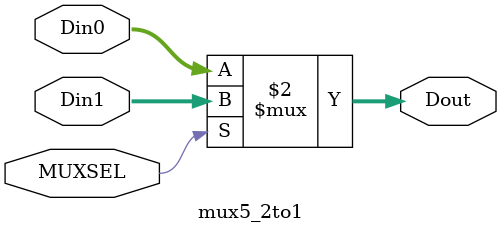
<source format=v>
module mux5_2to1
(
	//input
	MUXSEL,
	Din0,
	Din1,
	//output
	Dout
);

input MUXSEL;
input [4:0] Din0;
input [4:0] Din1;
output [4:0] Dout;

assign Dout = (MUXSEL == 1'b0) ? Din0 : Din1;

endmodule


</source>
